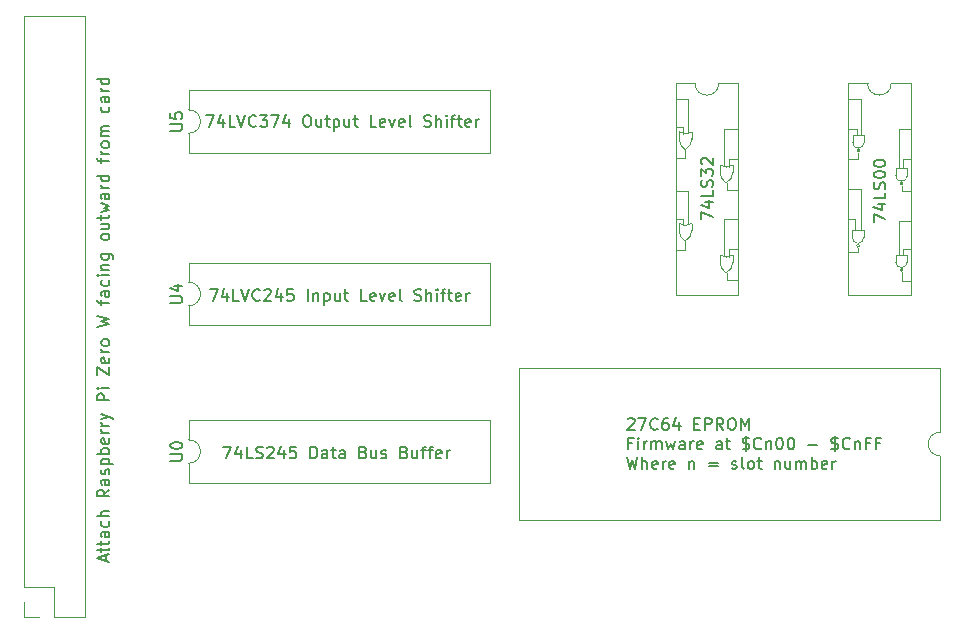
<source format=gbr>
G04 #@! TF.GenerationSoftware,KiCad,Pcbnew,5.1.5+dfsg1-2build2*
G04 #@! TF.CreationDate,2020-11-19T16:33:02-05:00*
G04 #@! TF.ProjectId,Apple2IORPi,4170706c-6532-4494-9f52-50692e6b6963,0.1*
G04 #@! TF.SameCoordinates,Original*
G04 #@! TF.FileFunction,Legend,Top*
G04 #@! TF.FilePolarity,Positive*
%FSLAX46Y46*%
G04 Gerber Fmt 4.6, Leading zero omitted, Abs format (unit mm)*
G04 Created by KiCad (PCBNEW 5.1.5+dfsg1-2build2) date 2020-11-19 16:33:02*
%MOMM*%
%LPD*%
G04 APERTURE LIST*
%ADD10C,0.150000*%
%ADD11C,0.120000*%
G04 APERTURE END LIST*
D10*
X124596380Y-67397380D02*
X125263047Y-67397380D01*
X124834476Y-68397380D01*
X126072571Y-67730714D02*
X126072571Y-68397380D01*
X125834476Y-67349761D02*
X125596380Y-68064047D01*
X126215428Y-68064047D01*
X127072571Y-68397380D02*
X126596380Y-68397380D01*
X126596380Y-67397380D01*
X127263047Y-67397380D02*
X127596380Y-68397380D01*
X127929714Y-67397380D01*
X128834476Y-68302142D02*
X128786857Y-68349761D01*
X128644000Y-68397380D01*
X128548761Y-68397380D01*
X128405904Y-68349761D01*
X128310666Y-68254523D01*
X128263047Y-68159285D01*
X128215428Y-67968809D01*
X128215428Y-67825952D01*
X128263047Y-67635476D01*
X128310666Y-67540238D01*
X128405904Y-67445000D01*
X128548761Y-67397380D01*
X128644000Y-67397380D01*
X128786857Y-67445000D01*
X128834476Y-67492619D01*
X129167809Y-67397380D02*
X129786857Y-67397380D01*
X129453523Y-67778333D01*
X129596380Y-67778333D01*
X129691619Y-67825952D01*
X129739238Y-67873571D01*
X129786857Y-67968809D01*
X129786857Y-68206904D01*
X129739238Y-68302142D01*
X129691619Y-68349761D01*
X129596380Y-68397380D01*
X129310666Y-68397380D01*
X129215428Y-68349761D01*
X129167809Y-68302142D01*
X130120190Y-67397380D02*
X130786857Y-67397380D01*
X130358285Y-68397380D01*
X131596380Y-67730714D02*
X131596380Y-68397380D01*
X131358285Y-67349761D02*
X131120190Y-68064047D01*
X131739238Y-68064047D01*
X133072571Y-67397380D02*
X133263047Y-67397380D01*
X133358285Y-67445000D01*
X133453523Y-67540238D01*
X133501142Y-67730714D01*
X133501142Y-68064047D01*
X133453523Y-68254523D01*
X133358285Y-68349761D01*
X133263047Y-68397380D01*
X133072571Y-68397380D01*
X132977333Y-68349761D01*
X132882095Y-68254523D01*
X132834476Y-68064047D01*
X132834476Y-67730714D01*
X132882095Y-67540238D01*
X132977333Y-67445000D01*
X133072571Y-67397380D01*
X134358285Y-67730714D02*
X134358285Y-68397380D01*
X133929714Y-67730714D02*
X133929714Y-68254523D01*
X133977333Y-68349761D01*
X134072571Y-68397380D01*
X134215428Y-68397380D01*
X134310666Y-68349761D01*
X134358285Y-68302142D01*
X134691619Y-67730714D02*
X135072571Y-67730714D01*
X134834476Y-67397380D02*
X134834476Y-68254523D01*
X134882095Y-68349761D01*
X134977333Y-68397380D01*
X135072571Y-68397380D01*
X135405904Y-67730714D02*
X135405904Y-68730714D01*
X135405904Y-67778333D02*
X135501142Y-67730714D01*
X135691619Y-67730714D01*
X135786857Y-67778333D01*
X135834476Y-67825952D01*
X135882095Y-67921190D01*
X135882095Y-68206904D01*
X135834476Y-68302142D01*
X135786857Y-68349761D01*
X135691619Y-68397380D01*
X135501142Y-68397380D01*
X135405904Y-68349761D01*
X136739238Y-67730714D02*
X136739238Y-68397380D01*
X136310666Y-67730714D02*
X136310666Y-68254523D01*
X136358285Y-68349761D01*
X136453523Y-68397380D01*
X136596380Y-68397380D01*
X136691619Y-68349761D01*
X136739238Y-68302142D01*
X137072571Y-67730714D02*
X137453523Y-67730714D01*
X137215428Y-67397380D02*
X137215428Y-68254523D01*
X137263047Y-68349761D01*
X137358285Y-68397380D01*
X137453523Y-68397380D01*
X139024952Y-68397380D02*
X138548761Y-68397380D01*
X138548761Y-67397380D01*
X139739238Y-68349761D02*
X139644000Y-68397380D01*
X139453523Y-68397380D01*
X139358285Y-68349761D01*
X139310666Y-68254523D01*
X139310666Y-67873571D01*
X139358285Y-67778333D01*
X139453523Y-67730714D01*
X139644000Y-67730714D01*
X139739238Y-67778333D01*
X139786857Y-67873571D01*
X139786857Y-67968809D01*
X139310666Y-68064047D01*
X140120190Y-67730714D02*
X140358285Y-68397380D01*
X140596380Y-67730714D01*
X141358285Y-68349761D02*
X141263047Y-68397380D01*
X141072571Y-68397380D01*
X140977333Y-68349761D01*
X140929714Y-68254523D01*
X140929714Y-67873571D01*
X140977333Y-67778333D01*
X141072571Y-67730714D01*
X141263047Y-67730714D01*
X141358285Y-67778333D01*
X141405904Y-67873571D01*
X141405904Y-67968809D01*
X140929714Y-68064047D01*
X141977333Y-68397380D02*
X141882095Y-68349761D01*
X141834476Y-68254523D01*
X141834476Y-67397380D01*
X143072571Y-68349761D02*
X143215428Y-68397380D01*
X143453523Y-68397380D01*
X143548761Y-68349761D01*
X143596380Y-68302142D01*
X143644000Y-68206904D01*
X143644000Y-68111666D01*
X143596380Y-68016428D01*
X143548761Y-67968809D01*
X143453523Y-67921190D01*
X143263047Y-67873571D01*
X143167809Y-67825952D01*
X143120190Y-67778333D01*
X143072571Y-67683095D01*
X143072571Y-67587857D01*
X143120190Y-67492619D01*
X143167809Y-67445000D01*
X143263047Y-67397380D01*
X143501142Y-67397380D01*
X143644000Y-67445000D01*
X144072571Y-68397380D02*
X144072571Y-67397380D01*
X144501142Y-68397380D02*
X144501142Y-67873571D01*
X144453523Y-67778333D01*
X144358285Y-67730714D01*
X144215428Y-67730714D01*
X144120190Y-67778333D01*
X144072571Y-67825952D01*
X144977333Y-68397380D02*
X144977333Y-67730714D01*
X144977333Y-67397380D02*
X144929714Y-67445000D01*
X144977333Y-67492619D01*
X145024952Y-67445000D01*
X144977333Y-67397380D01*
X144977333Y-67492619D01*
X145310666Y-67730714D02*
X145691619Y-67730714D01*
X145453523Y-68397380D02*
X145453523Y-67540238D01*
X145501142Y-67445000D01*
X145596380Y-67397380D01*
X145691619Y-67397380D01*
X145882095Y-67730714D02*
X146263047Y-67730714D01*
X146024952Y-67397380D02*
X146024952Y-68254523D01*
X146072571Y-68349761D01*
X146167809Y-68397380D01*
X146263047Y-68397380D01*
X146977333Y-68349761D02*
X146882095Y-68397380D01*
X146691619Y-68397380D01*
X146596380Y-68349761D01*
X146548761Y-68254523D01*
X146548761Y-67873571D01*
X146596380Y-67778333D01*
X146691619Y-67730714D01*
X146882095Y-67730714D01*
X146977333Y-67778333D01*
X147024952Y-67873571D01*
X147024952Y-67968809D01*
X146548761Y-68064047D01*
X147453523Y-68397380D02*
X147453523Y-67730714D01*
X147453523Y-67921190D02*
X147501142Y-67825952D01*
X147548761Y-67778333D01*
X147644000Y-67730714D01*
X147739238Y-67730714D01*
X124913809Y-82129380D02*
X125580476Y-82129380D01*
X125151904Y-83129380D01*
X126389999Y-82462714D02*
X126389999Y-83129380D01*
X126151904Y-82081761D02*
X125913809Y-82796047D01*
X126532857Y-82796047D01*
X127389999Y-83129380D02*
X126913809Y-83129380D01*
X126913809Y-82129380D01*
X127580476Y-82129380D02*
X127913809Y-83129380D01*
X128247142Y-82129380D01*
X129151904Y-83034142D02*
X129104285Y-83081761D01*
X128961428Y-83129380D01*
X128866190Y-83129380D01*
X128723333Y-83081761D01*
X128628095Y-82986523D01*
X128580476Y-82891285D01*
X128532857Y-82700809D01*
X128532857Y-82557952D01*
X128580476Y-82367476D01*
X128628095Y-82272238D01*
X128723333Y-82177000D01*
X128866190Y-82129380D01*
X128961428Y-82129380D01*
X129104285Y-82177000D01*
X129151904Y-82224619D01*
X129532857Y-82224619D02*
X129580476Y-82177000D01*
X129675714Y-82129380D01*
X129913809Y-82129380D01*
X130009047Y-82177000D01*
X130056666Y-82224619D01*
X130104285Y-82319857D01*
X130104285Y-82415095D01*
X130056666Y-82557952D01*
X129485238Y-83129380D01*
X130104285Y-83129380D01*
X130961428Y-82462714D02*
X130961428Y-83129380D01*
X130723333Y-82081761D02*
X130485238Y-82796047D01*
X131104285Y-82796047D01*
X131961428Y-82129380D02*
X131485238Y-82129380D01*
X131437619Y-82605571D01*
X131485238Y-82557952D01*
X131580476Y-82510333D01*
X131818571Y-82510333D01*
X131913809Y-82557952D01*
X131961428Y-82605571D01*
X132009047Y-82700809D01*
X132009047Y-82938904D01*
X131961428Y-83034142D01*
X131913809Y-83081761D01*
X131818571Y-83129380D01*
X131580476Y-83129380D01*
X131485238Y-83081761D01*
X131437619Y-83034142D01*
X133199523Y-83129380D02*
X133199523Y-82129380D01*
X133675714Y-82462714D02*
X133675714Y-83129380D01*
X133675714Y-82557952D02*
X133723333Y-82510333D01*
X133818571Y-82462714D01*
X133961428Y-82462714D01*
X134056666Y-82510333D01*
X134104285Y-82605571D01*
X134104285Y-83129380D01*
X134580476Y-82462714D02*
X134580476Y-83462714D01*
X134580476Y-82510333D02*
X134675714Y-82462714D01*
X134866190Y-82462714D01*
X134961428Y-82510333D01*
X135009047Y-82557952D01*
X135056666Y-82653190D01*
X135056666Y-82938904D01*
X135009047Y-83034142D01*
X134961428Y-83081761D01*
X134866190Y-83129380D01*
X134675714Y-83129380D01*
X134580476Y-83081761D01*
X135913809Y-82462714D02*
X135913809Y-83129380D01*
X135485238Y-82462714D02*
X135485238Y-82986523D01*
X135532857Y-83081761D01*
X135628095Y-83129380D01*
X135770952Y-83129380D01*
X135866190Y-83081761D01*
X135913809Y-83034142D01*
X136247142Y-82462714D02*
X136628095Y-82462714D01*
X136390000Y-82129380D02*
X136390000Y-82986523D01*
X136437619Y-83081761D01*
X136532857Y-83129380D01*
X136628095Y-83129380D01*
X138199523Y-83129380D02*
X137723333Y-83129380D01*
X137723333Y-82129380D01*
X138913809Y-83081761D02*
X138818571Y-83129380D01*
X138628095Y-83129380D01*
X138532857Y-83081761D01*
X138485238Y-82986523D01*
X138485238Y-82605571D01*
X138532857Y-82510333D01*
X138628095Y-82462714D01*
X138818571Y-82462714D01*
X138913809Y-82510333D01*
X138961428Y-82605571D01*
X138961428Y-82700809D01*
X138485238Y-82796047D01*
X139294761Y-82462714D02*
X139532857Y-83129380D01*
X139770952Y-82462714D01*
X140532857Y-83081761D02*
X140437619Y-83129380D01*
X140247142Y-83129380D01*
X140151904Y-83081761D01*
X140104285Y-82986523D01*
X140104285Y-82605571D01*
X140151904Y-82510333D01*
X140247142Y-82462714D01*
X140437619Y-82462714D01*
X140532857Y-82510333D01*
X140580476Y-82605571D01*
X140580476Y-82700809D01*
X140104285Y-82796047D01*
X141151904Y-83129380D02*
X141056666Y-83081761D01*
X141009047Y-82986523D01*
X141009047Y-82129380D01*
X142247142Y-83081761D02*
X142390000Y-83129380D01*
X142628095Y-83129380D01*
X142723333Y-83081761D01*
X142770952Y-83034142D01*
X142818571Y-82938904D01*
X142818571Y-82843666D01*
X142770952Y-82748428D01*
X142723333Y-82700809D01*
X142628095Y-82653190D01*
X142437619Y-82605571D01*
X142342380Y-82557952D01*
X142294761Y-82510333D01*
X142247142Y-82415095D01*
X142247142Y-82319857D01*
X142294761Y-82224619D01*
X142342380Y-82177000D01*
X142437619Y-82129380D01*
X142675714Y-82129380D01*
X142818571Y-82177000D01*
X143247142Y-83129380D02*
X143247142Y-82129380D01*
X143675714Y-83129380D02*
X143675714Y-82605571D01*
X143628095Y-82510333D01*
X143532857Y-82462714D01*
X143390000Y-82462714D01*
X143294761Y-82510333D01*
X143247142Y-82557952D01*
X144151904Y-83129380D02*
X144151904Y-82462714D01*
X144151904Y-82129380D02*
X144104285Y-82177000D01*
X144151904Y-82224619D01*
X144199523Y-82177000D01*
X144151904Y-82129380D01*
X144151904Y-82224619D01*
X144485238Y-82462714D02*
X144866190Y-82462714D01*
X144628095Y-83129380D02*
X144628095Y-82272238D01*
X144675714Y-82177000D01*
X144770952Y-82129380D01*
X144866190Y-82129380D01*
X145056666Y-82462714D02*
X145437619Y-82462714D01*
X145199523Y-82129380D02*
X145199523Y-82986523D01*
X145247142Y-83081761D01*
X145342380Y-83129380D01*
X145437619Y-83129380D01*
X146151904Y-83081761D02*
X146056666Y-83129380D01*
X145866190Y-83129380D01*
X145770952Y-83081761D01*
X145723333Y-82986523D01*
X145723333Y-82605571D01*
X145770952Y-82510333D01*
X145866190Y-82462714D01*
X146056666Y-82462714D01*
X146151904Y-82510333D01*
X146199523Y-82605571D01*
X146199523Y-82700809D01*
X145723333Y-82796047D01*
X146628095Y-83129380D02*
X146628095Y-82462714D01*
X146628095Y-82653190D02*
X146675714Y-82557952D01*
X146723333Y-82510333D01*
X146818571Y-82462714D01*
X146913809Y-82462714D01*
X126064571Y-95464380D02*
X126731238Y-95464380D01*
X126302666Y-96464380D01*
X127540761Y-95797714D02*
X127540761Y-96464380D01*
X127302666Y-95416761D02*
X127064571Y-96131047D01*
X127683619Y-96131047D01*
X128540761Y-96464380D02*
X128064571Y-96464380D01*
X128064571Y-95464380D01*
X128826476Y-96416761D02*
X128969333Y-96464380D01*
X129207428Y-96464380D01*
X129302666Y-96416761D01*
X129350285Y-96369142D01*
X129397904Y-96273904D01*
X129397904Y-96178666D01*
X129350285Y-96083428D01*
X129302666Y-96035809D01*
X129207428Y-95988190D01*
X129016952Y-95940571D01*
X128921714Y-95892952D01*
X128874095Y-95845333D01*
X128826476Y-95750095D01*
X128826476Y-95654857D01*
X128874095Y-95559619D01*
X128921714Y-95512000D01*
X129016952Y-95464380D01*
X129255047Y-95464380D01*
X129397904Y-95512000D01*
X129778857Y-95559619D02*
X129826476Y-95512000D01*
X129921714Y-95464380D01*
X130159809Y-95464380D01*
X130255047Y-95512000D01*
X130302666Y-95559619D01*
X130350285Y-95654857D01*
X130350285Y-95750095D01*
X130302666Y-95892952D01*
X129731238Y-96464380D01*
X130350285Y-96464380D01*
X131207428Y-95797714D02*
X131207428Y-96464380D01*
X130969333Y-95416761D02*
X130731238Y-96131047D01*
X131350285Y-96131047D01*
X132207428Y-95464380D02*
X131731238Y-95464380D01*
X131683619Y-95940571D01*
X131731238Y-95892952D01*
X131826476Y-95845333D01*
X132064571Y-95845333D01*
X132159809Y-95892952D01*
X132207428Y-95940571D01*
X132255047Y-96035809D01*
X132255047Y-96273904D01*
X132207428Y-96369142D01*
X132159809Y-96416761D01*
X132064571Y-96464380D01*
X131826476Y-96464380D01*
X131731238Y-96416761D01*
X131683619Y-96369142D01*
X133445523Y-96464380D02*
X133445523Y-95464380D01*
X133683619Y-95464380D01*
X133826476Y-95512000D01*
X133921714Y-95607238D01*
X133969333Y-95702476D01*
X134016952Y-95892952D01*
X134016952Y-96035809D01*
X133969333Y-96226285D01*
X133921714Y-96321523D01*
X133826476Y-96416761D01*
X133683619Y-96464380D01*
X133445523Y-96464380D01*
X134874095Y-96464380D02*
X134874095Y-95940571D01*
X134826476Y-95845333D01*
X134731238Y-95797714D01*
X134540761Y-95797714D01*
X134445523Y-95845333D01*
X134874095Y-96416761D02*
X134778857Y-96464380D01*
X134540761Y-96464380D01*
X134445523Y-96416761D01*
X134397904Y-96321523D01*
X134397904Y-96226285D01*
X134445523Y-96131047D01*
X134540761Y-96083428D01*
X134778857Y-96083428D01*
X134874095Y-96035809D01*
X135207428Y-95797714D02*
X135588380Y-95797714D01*
X135350285Y-95464380D02*
X135350285Y-96321523D01*
X135397904Y-96416761D01*
X135493142Y-96464380D01*
X135588380Y-96464380D01*
X136350285Y-96464380D02*
X136350285Y-95940571D01*
X136302666Y-95845333D01*
X136207428Y-95797714D01*
X136016952Y-95797714D01*
X135921714Y-95845333D01*
X136350285Y-96416761D02*
X136255047Y-96464380D01*
X136016952Y-96464380D01*
X135921714Y-96416761D01*
X135874095Y-96321523D01*
X135874095Y-96226285D01*
X135921714Y-96131047D01*
X136016952Y-96083428D01*
X136255047Y-96083428D01*
X136350285Y-96035809D01*
X137921714Y-95940571D02*
X138064571Y-95988190D01*
X138112190Y-96035809D01*
X138159809Y-96131047D01*
X138159809Y-96273904D01*
X138112190Y-96369142D01*
X138064571Y-96416761D01*
X137969333Y-96464380D01*
X137588380Y-96464380D01*
X137588380Y-95464380D01*
X137921714Y-95464380D01*
X138016952Y-95512000D01*
X138064571Y-95559619D01*
X138112190Y-95654857D01*
X138112190Y-95750095D01*
X138064571Y-95845333D01*
X138016952Y-95892952D01*
X137921714Y-95940571D01*
X137588380Y-95940571D01*
X139016952Y-95797714D02*
X139016952Y-96464380D01*
X138588380Y-95797714D02*
X138588380Y-96321523D01*
X138636000Y-96416761D01*
X138731238Y-96464380D01*
X138874095Y-96464380D01*
X138969333Y-96416761D01*
X139016952Y-96369142D01*
X139445523Y-96416761D02*
X139540761Y-96464380D01*
X139731238Y-96464380D01*
X139826476Y-96416761D01*
X139874095Y-96321523D01*
X139874095Y-96273904D01*
X139826476Y-96178666D01*
X139731238Y-96131047D01*
X139588380Y-96131047D01*
X139493142Y-96083428D01*
X139445523Y-95988190D01*
X139445523Y-95940571D01*
X139493142Y-95845333D01*
X139588380Y-95797714D01*
X139731238Y-95797714D01*
X139826476Y-95845333D01*
X141397904Y-95940571D02*
X141540761Y-95988190D01*
X141588380Y-96035809D01*
X141636000Y-96131047D01*
X141636000Y-96273904D01*
X141588380Y-96369142D01*
X141540761Y-96416761D01*
X141445523Y-96464380D01*
X141064571Y-96464380D01*
X141064571Y-95464380D01*
X141397904Y-95464380D01*
X141493142Y-95512000D01*
X141540761Y-95559619D01*
X141588380Y-95654857D01*
X141588380Y-95750095D01*
X141540761Y-95845333D01*
X141493142Y-95892952D01*
X141397904Y-95940571D01*
X141064571Y-95940571D01*
X142493142Y-95797714D02*
X142493142Y-96464380D01*
X142064571Y-95797714D02*
X142064571Y-96321523D01*
X142112190Y-96416761D01*
X142207428Y-96464380D01*
X142350285Y-96464380D01*
X142445523Y-96416761D01*
X142493142Y-96369142D01*
X142826476Y-95797714D02*
X143207428Y-95797714D01*
X142969333Y-96464380D02*
X142969333Y-95607238D01*
X143016952Y-95512000D01*
X143112190Y-95464380D01*
X143207428Y-95464380D01*
X143397904Y-95797714D02*
X143778857Y-95797714D01*
X143540761Y-96464380D02*
X143540761Y-95607238D01*
X143588380Y-95512000D01*
X143683619Y-95464380D01*
X143778857Y-95464380D01*
X144493142Y-96416761D02*
X144397904Y-96464380D01*
X144207428Y-96464380D01*
X144112190Y-96416761D01*
X144064571Y-96321523D01*
X144064571Y-95940571D01*
X144112190Y-95845333D01*
X144207428Y-95797714D01*
X144397904Y-95797714D01*
X144493142Y-95845333D01*
X144540761Y-95940571D01*
X144540761Y-96035809D01*
X144064571Y-96131047D01*
X144969333Y-96464380D02*
X144969333Y-95797714D01*
X144969333Y-95988190D02*
X145016952Y-95892952D01*
X145064571Y-95845333D01*
X145159809Y-95797714D01*
X145255047Y-95797714D01*
X116117666Y-105161380D02*
X116117666Y-104685190D01*
X116403380Y-105256619D02*
X115403380Y-104923285D01*
X116403380Y-104589952D01*
X115736714Y-104399476D02*
X115736714Y-104018523D01*
X115403380Y-104256619D02*
X116260523Y-104256619D01*
X116355761Y-104209000D01*
X116403380Y-104113761D01*
X116403380Y-104018523D01*
X115736714Y-103828047D02*
X115736714Y-103447095D01*
X115403380Y-103685190D02*
X116260523Y-103685190D01*
X116355761Y-103637571D01*
X116403380Y-103542333D01*
X116403380Y-103447095D01*
X116403380Y-102685190D02*
X115879571Y-102685190D01*
X115784333Y-102732809D01*
X115736714Y-102828047D01*
X115736714Y-103018523D01*
X115784333Y-103113761D01*
X116355761Y-102685190D02*
X116403380Y-102780428D01*
X116403380Y-103018523D01*
X116355761Y-103113761D01*
X116260523Y-103161380D01*
X116165285Y-103161380D01*
X116070047Y-103113761D01*
X116022428Y-103018523D01*
X116022428Y-102780428D01*
X115974809Y-102685190D01*
X116355761Y-101780428D02*
X116403380Y-101875666D01*
X116403380Y-102066142D01*
X116355761Y-102161380D01*
X116308142Y-102209000D01*
X116212904Y-102256619D01*
X115927190Y-102256619D01*
X115831952Y-102209000D01*
X115784333Y-102161380D01*
X115736714Y-102066142D01*
X115736714Y-101875666D01*
X115784333Y-101780428D01*
X116403380Y-101351857D02*
X115403380Y-101351857D01*
X116403380Y-100923285D02*
X115879571Y-100923285D01*
X115784333Y-100970904D01*
X115736714Y-101066142D01*
X115736714Y-101209000D01*
X115784333Y-101304238D01*
X115831952Y-101351857D01*
X116403380Y-99113761D02*
X115927190Y-99447095D01*
X116403380Y-99685190D02*
X115403380Y-99685190D01*
X115403380Y-99304238D01*
X115451000Y-99209000D01*
X115498619Y-99161380D01*
X115593857Y-99113761D01*
X115736714Y-99113761D01*
X115831952Y-99161380D01*
X115879571Y-99209000D01*
X115927190Y-99304238D01*
X115927190Y-99685190D01*
X116403380Y-98256619D02*
X115879571Y-98256619D01*
X115784333Y-98304238D01*
X115736714Y-98399476D01*
X115736714Y-98589952D01*
X115784333Y-98685190D01*
X116355761Y-98256619D02*
X116403380Y-98351857D01*
X116403380Y-98589952D01*
X116355761Y-98685190D01*
X116260523Y-98732809D01*
X116165285Y-98732809D01*
X116070047Y-98685190D01*
X116022428Y-98589952D01*
X116022428Y-98351857D01*
X115974809Y-98256619D01*
X116355761Y-97828047D02*
X116403380Y-97732809D01*
X116403380Y-97542333D01*
X116355761Y-97447095D01*
X116260523Y-97399476D01*
X116212904Y-97399476D01*
X116117666Y-97447095D01*
X116070047Y-97542333D01*
X116070047Y-97685190D01*
X116022428Y-97780428D01*
X115927190Y-97828047D01*
X115879571Y-97828047D01*
X115784333Y-97780428D01*
X115736714Y-97685190D01*
X115736714Y-97542333D01*
X115784333Y-97447095D01*
X115736714Y-96970904D02*
X116736714Y-96970904D01*
X115784333Y-96970904D02*
X115736714Y-96875666D01*
X115736714Y-96685190D01*
X115784333Y-96589952D01*
X115831952Y-96542333D01*
X115927190Y-96494714D01*
X116212904Y-96494714D01*
X116308142Y-96542333D01*
X116355761Y-96589952D01*
X116403380Y-96685190D01*
X116403380Y-96875666D01*
X116355761Y-96970904D01*
X116403380Y-96066142D02*
X115403380Y-96066142D01*
X115784333Y-96066142D02*
X115736714Y-95970904D01*
X115736714Y-95780428D01*
X115784333Y-95685190D01*
X115831952Y-95637571D01*
X115927190Y-95589952D01*
X116212904Y-95589952D01*
X116308142Y-95637571D01*
X116355761Y-95685190D01*
X116403380Y-95780428D01*
X116403380Y-95970904D01*
X116355761Y-96066142D01*
X116355761Y-94780428D02*
X116403380Y-94875666D01*
X116403380Y-95066142D01*
X116355761Y-95161380D01*
X116260523Y-95209000D01*
X115879571Y-95209000D01*
X115784333Y-95161380D01*
X115736714Y-95066142D01*
X115736714Y-94875666D01*
X115784333Y-94780428D01*
X115879571Y-94732809D01*
X115974809Y-94732809D01*
X116070047Y-95209000D01*
X116403380Y-94304238D02*
X115736714Y-94304238D01*
X115927190Y-94304238D02*
X115831952Y-94256619D01*
X115784333Y-94209000D01*
X115736714Y-94113761D01*
X115736714Y-94018523D01*
X116403380Y-93685190D02*
X115736714Y-93685190D01*
X115927190Y-93685190D02*
X115831952Y-93637571D01*
X115784333Y-93589952D01*
X115736714Y-93494714D01*
X115736714Y-93399476D01*
X115736714Y-93161380D02*
X116403380Y-92923285D01*
X115736714Y-92685190D02*
X116403380Y-92923285D01*
X116641476Y-93018523D01*
X116689095Y-93066142D01*
X116736714Y-93161380D01*
X116403380Y-91542333D02*
X115403380Y-91542333D01*
X115403380Y-91161380D01*
X115451000Y-91066142D01*
X115498619Y-91018523D01*
X115593857Y-90970904D01*
X115736714Y-90970904D01*
X115831952Y-91018523D01*
X115879571Y-91066142D01*
X115927190Y-91161380D01*
X115927190Y-91542333D01*
X116403380Y-90542333D02*
X115736714Y-90542333D01*
X115403380Y-90542333D02*
X115451000Y-90589952D01*
X115498619Y-90542333D01*
X115451000Y-90494714D01*
X115403380Y-90542333D01*
X115498619Y-90542333D01*
X115403380Y-89399476D02*
X115403380Y-88732809D01*
X116403380Y-89399476D01*
X116403380Y-88732809D01*
X116355761Y-87970904D02*
X116403380Y-88066142D01*
X116403380Y-88256619D01*
X116355761Y-88351857D01*
X116260523Y-88399476D01*
X115879571Y-88399476D01*
X115784333Y-88351857D01*
X115736714Y-88256619D01*
X115736714Y-88066142D01*
X115784333Y-87970904D01*
X115879571Y-87923285D01*
X115974809Y-87923285D01*
X116070047Y-88399476D01*
X116403380Y-87494714D02*
X115736714Y-87494714D01*
X115927190Y-87494714D02*
X115831952Y-87447095D01*
X115784333Y-87399476D01*
X115736714Y-87304238D01*
X115736714Y-87209000D01*
X116403380Y-86732809D02*
X116355761Y-86828047D01*
X116308142Y-86875666D01*
X116212904Y-86923285D01*
X115927190Y-86923285D01*
X115831952Y-86875666D01*
X115784333Y-86828047D01*
X115736714Y-86732809D01*
X115736714Y-86589952D01*
X115784333Y-86494714D01*
X115831952Y-86447095D01*
X115927190Y-86399476D01*
X116212904Y-86399476D01*
X116308142Y-86447095D01*
X116355761Y-86494714D01*
X116403380Y-86589952D01*
X116403380Y-86732809D01*
X115403380Y-85304238D02*
X116403380Y-85066142D01*
X115689095Y-84875666D01*
X116403380Y-84685190D01*
X115403380Y-84447095D01*
X115736714Y-83447095D02*
X115736714Y-83066142D01*
X116403380Y-83304238D02*
X115546238Y-83304238D01*
X115451000Y-83256619D01*
X115403380Y-83161380D01*
X115403380Y-83066142D01*
X116403380Y-82304238D02*
X115879571Y-82304238D01*
X115784333Y-82351857D01*
X115736714Y-82447095D01*
X115736714Y-82637571D01*
X115784333Y-82732809D01*
X116355761Y-82304238D02*
X116403380Y-82399476D01*
X116403380Y-82637571D01*
X116355761Y-82732809D01*
X116260523Y-82780428D01*
X116165285Y-82780428D01*
X116070047Y-82732809D01*
X116022428Y-82637571D01*
X116022428Y-82399476D01*
X115974809Y-82304238D01*
X116355761Y-81399476D02*
X116403380Y-81494714D01*
X116403380Y-81685190D01*
X116355761Y-81780428D01*
X116308142Y-81828047D01*
X116212904Y-81875666D01*
X115927190Y-81875666D01*
X115831952Y-81828047D01*
X115784333Y-81780428D01*
X115736714Y-81685190D01*
X115736714Y-81494714D01*
X115784333Y-81399476D01*
X116403380Y-80970904D02*
X115736714Y-80970904D01*
X115403380Y-80970904D02*
X115451000Y-81018523D01*
X115498619Y-80970904D01*
X115451000Y-80923285D01*
X115403380Y-80970904D01*
X115498619Y-80970904D01*
X115736714Y-80494714D02*
X116403380Y-80494714D01*
X115831952Y-80494714D02*
X115784333Y-80447095D01*
X115736714Y-80351857D01*
X115736714Y-80209000D01*
X115784333Y-80113761D01*
X115879571Y-80066142D01*
X116403380Y-80066142D01*
X115736714Y-79161380D02*
X116546238Y-79161380D01*
X116641476Y-79209000D01*
X116689095Y-79256619D01*
X116736714Y-79351857D01*
X116736714Y-79494714D01*
X116689095Y-79589952D01*
X116355761Y-79161380D02*
X116403380Y-79256619D01*
X116403380Y-79447095D01*
X116355761Y-79542333D01*
X116308142Y-79589952D01*
X116212904Y-79637571D01*
X115927190Y-79637571D01*
X115831952Y-79589952D01*
X115784333Y-79542333D01*
X115736714Y-79447095D01*
X115736714Y-79256619D01*
X115784333Y-79161380D01*
X116403380Y-77780428D02*
X116355761Y-77875666D01*
X116308142Y-77923285D01*
X116212904Y-77970904D01*
X115927190Y-77970904D01*
X115831952Y-77923285D01*
X115784333Y-77875666D01*
X115736714Y-77780428D01*
X115736714Y-77637571D01*
X115784333Y-77542333D01*
X115831952Y-77494714D01*
X115927190Y-77447095D01*
X116212904Y-77447095D01*
X116308142Y-77494714D01*
X116355761Y-77542333D01*
X116403380Y-77637571D01*
X116403380Y-77780428D01*
X115736714Y-76589952D02*
X116403380Y-76589952D01*
X115736714Y-77018523D02*
X116260523Y-77018523D01*
X116355761Y-76970904D01*
X116403380Y-76875666D01*
X116403380Y-76732809D01*
X116355761Y-76637571D01*
X116308142Y-76589952D01*
X115736714Y-76256619D02*
X115736714Y-75875666D01*
X115403380Y-76113761D02*
X116260523Y-76113761D01*
X116355761Y-76066142D01*
X116403380Y-75970904D01*
X116403380Y-75875666D01*
X115736714Y-75637571D02*
X116403380Y-75447095D01*
X115927190Y-75256619D01*
X116403380Y-75066142D01*
X115736714Y-74875666D01*
X116403380Y-74066142D02*
X115879571Y-74066142D01*
X115784333Y-74113761D01*
X115736714Y-74209000D01*
X115736714Y-74399476D01*
X115784333Y-74494714D01*
X116355761Y-74066142D02*
X116403380Y-74161380D01*
X116403380Y-74399476D01*
X116355761Y-74494714D01*
X116260523Y-74542333D01*
X116165285Y-74542333D01*
X116070047Y-74494714D01*
X116022428Y-74399476D01*
X116022428Y-74161380D01*
X115974809Y-74066142D01*
X116403380Y-73589952D02*
X115736714Y-73589952D01*
X115927190Y-73589952D02*
X115831952Y-73542333D01*
X115784333Y-73494714D01*
X115736714Y-73399476D01*
X115736714Y-73304238D01*
X116403380Y-72542333D02*
X115403380Y-72542333D01*
X116355761Y-72542333D02*
X116403380Y-72637571D01*
X116403380Y-72828047D01*
X116355761Y-72923285D01*
X116308142Y-72970904D01*
X116212904Y-73018523D01*
X115927190Y-73018523D01*
X115831952Y-72970904D01*
X115784333Y-72923285D01*
X115736714Y-72828047D01*
X115736714Y-72637571D01*
X115784333Y-72542333D01*
X115736714Y-71447095D02*
X115736714Y-71066142D01*
X116403380Y-71304238D02*
X115546238Y-71304238D01*
X115451000Y-71256619D01*
X115403380Y-71161380D01*
X115403380Y-71066142D01*
X116403380Y-70732809D02*
X115736714Y-70732809D01*
X115927190Y-70732809D02*
X115831952Y-70685190D01*
X115784333Y-70637571D01*
X115736714Y-70542333D01*
X115736714Y-70447095D01*
X116403380Y-69970904D02*
X116355761Y-70066142D01*
X116308142Y-70113761D01*
X116212904Y-70161380D01*
X115927190Y-70161380D01*
X115831952Y-70113761D01*
X115784333Y-70066142D01*
X115736714Y-69970904D01*
X115736714Y-69828047D01*
X115784333Y-69732809D01*
X115831952Y-69685190D01*
X115927190Y-69637571D01*
X116212904Y-69637571D01*
X116308142Y-69685190D01*
X116355761Y-69732809D01*
X116403380Y-69828047D01*
X116403380Y-69970904D01*
X116403380Y-69209000D02*
X115736714Y-69209000D01*
X115831952Y-69209000D02*
X115784333Y-69161380D01*
X115736714Y-69066142D01*
X115736714Y-68923285D01*
X115784333Y-68828047D01*
X115879571Y-68780428D01*
X116403380Y-68780428D01*
X115879571Y-68780428D02*
X115784333Y-68732809D01*
X115736714Y-68637571D01*
X115736714Y-68494714D01*
X115784333Y-68399476D01*
X115879571Y-68351857D01*
X116403380Y-68351857D01*
X116355761Y-66685190D02*
X116403380Y-66780428D01*
X116403380Y-66970904D01*
X116355761Y-67066142D01*
X116308142Y-67113761D01*
X116212904Y-67161380D01*
X115927190Y-67161380D01*
X115831952Y-67113761D01*
X115784333Y-67066142D01*
X115736714Y-66970904D01*
X115736714Y-66780428D01*
X115784333Y-66685190D01*
X116403380Y-65828047D02*
X115879571Y-65828047D01*
X115784333Y-65875666D01*
X115736714Y-65970904D01*
X115736714Y-66161380D01*
X115784333Y-66256619D01*
X116355761Y-65828047D02*
X116403380Y-65923285D01*
X116403380Y-66161380D01*
X116355761Y-66256619D01*
X116260523Y-66304238D01*
X116165285Y-66304238D01*
X116070047Y-66256619D01*
X116022428Y-66161380D01*
X116022428Y-65923285D01*
X115974809Y-65828047D01*
X116403380Y-65351857D02*
X115736714Y-65351857D01*
X115927190Y-65351857D02*
X115831952Y-65304238D01*
X115784333Y-65256619D01*
X115736714Y-65161380D01*
X115736714Y-65066142D01*
X116403380Y-64304238D02*
X115403380Y-64304238D01*
X116355761Y-64304238D02*
X116403380Y-64399476D01*
X116403380Y-64589952D01*
X116355761Y-64685190D01*
X116308142Y-64732809D01*
X116212904Y-64780428D01*
X115927190Y-64780428D01*
X115831952Y-64732809D01*
X115784333Y-64685190D01*
X115736714Y-64589952D01*
X115736714Y-64399476D01*
X115784333Y-64304238D01*
X160307976Y-93147619D02*
X160355595Y-93100000D01*
X160450833Y-93052380D01*
X160688928Y-93052380D01*
X160784166Y-93100000D01*
X160831785Y-93147619D01*
X160879404Y-93242857D01*
X160879404Y-93338095D01*
X160831785Y-93480952D01*
X160260357Y-94052380D01*
X160879404Y-94052380D01*
X161212738Y-93052380D02*
X161879404Y-93052380D01*
X161450833Y-94052380D01*
X162831785Y-93957142D02*
X162784166Y-94004761D01*
X162641309Y-94052380D01*
X162546071Y-94052380D01*
X162403214Y-94004761D01*
X162307976Y-93909523D01*
X162260357Y-93814285D01*
X162212738Y-93623809D01*
X162212738Y-93480952D01*
X162260357Y-93290476D01*
X162307976Y-93195238D01*
X162403214Y-93100000D01*
X162546071Y-93052380D01*
X162641309Y-93052380D01*
X162784166Y-93100000D01*
X162831785Y-93147619D01*
X163688928Y-93052380D02*
X163498452Y-93052380D01*
X163403214Y-93100000D01*
X163355595Y-93147619D01*
X163260357Y-93290476D01*
X163212738Y-93480952D01*
X163212738Y-93861904D01*
X163260357Y-93957142D01*
X163307976Y-94004761D01*
X163403214Y-94052380D01*
X163593690Y-94052380D01*
X163688928Y-94004761D01*
X163736547Y-93957142D01*
X163784166Y-93861904D01*
X163784166Y-93623809D01*
X163736547Y-93528571D01*
X163688928Y-93480952D01*
X163593690Y-93433333D01*
X163403214Y-93433333D01*
X163307976Y-93480952D01*
X163260357Y-93528571D01*
X163212738Y-93623809D01*
X164641309Y-93385714D02*
X164641309Y-94052380D01*
X164403214Y-93004761D02*
X164165119Y-93719047D01*
X164784166Y-93719047D01*
X165927023Y-93528571D02*
X166260357Y-93528571D01*
X166403214Y-94052380D02*
X165927023Y-94052380D01*
X165927023Y-93052380D01*
X166403214Y-93052380D01*
X166831785Y-94052380D02*
X166831785Y-93052380D01*
X167212738Y-93052380D01*
X167307976Y-93100000D01*
X167355595Y-93147619D01*
X167403214Y-93242857D01*
X167403214Y-93385714D01*
X167355595Y-93480952D01*
X167307976Y-93528571D01*
X167212738Y-93576190D01*
X166831785Y-93576190D01*
X168403214Y-94052380D02*
X168069880Y-93576190D01*
X167831785Y-94052380D02*
X167831785Y-93052380D01*
X168212738Y-93052380D01*
X168307976Y-93100000D01*
X168355595Y-93147619D01*
X168403214Y-93242857D01*
X168403214Y-93385714D01*
X168355595Y-93480952D01*
X168307976Y-93528571D01*
X168212738Y-93576190D01*
X167831785Y-93576190D01*
X169022261Y-93052380D02*
X169212738Y-93052380D01*
X169307976Y-93100000D01*
X169403214Y-93195238D01*
X169450833Y-93385714D01*
X169450833Y-93719047D01*
X169403214Y-93909523D01*
X169307976Y-94004761D01*
X169212738Y-94052380D01*
X169022261Y-94052380D01*
X168927023Y-94004761D01*
X168831785Y-93909523D01*
X168784166Y-93719047D01*
X168784166Y-93385714D01*
X168831785Y-93195238D01*
X168927023Y-93100000D01*
X169022261Y-93052380D01*
X169879404Y-94052380D02*
X169879404Y-93052380D01*
X170212738Y-93766666D01*
X170546071Y-93052380D01*
X170546071Y-94052380D01*
X160688928Y-95178571D02*
X160355595Y-95178571D01*
X160355595Y-95702380D02*
X160355595Y-94702380D01*
X160831785Y-94702380D01*
X161212738Y-95702380D02*
X161212738Y-95035714D01*
X161212738Y-94702380D02*
X161165119Y-94750000D01*
X161212738Y-94797619D01*
X161260357Y-94750000D01*
X161212738Y-94702380D01*
X161212738Y-94797619D01*
X161688928Y-95702380D02*
X161688928Y-95035714D01*
X161688928Y-95226190D02*
X161736547Y-95130952D01*
X161784166Y-95083333D01*
X161879404Y-95035714D01*
X161974642Y-95035714D01*
X162307976Y-95702380D02*
X162307976Y-95035714D01*
X162307976Y-95130952D02*
X162355595Y-95083333D01*
X162450833Y-95035714D01*
X162593690Y-95035714D01*
X162688928Y-95083333D01*
X162736547Y-95178571D01*
X162736547Y-95702380D01*
X162736547Y-95178571D02*
X162784166Y-95083333D01*
X162879404Y-95035714D01*
X163022261Y-95035714D01*
X163117500Y-95083333D01*
X163165119Y-95178571D01*
X163165119Y-95702380D01*
X163546071Y-95035714D02*
X163736547Y-95702380D01*
X163927023Y-95226190D01*
X164117500Y-95702380D01*
X164307976Y-95035714D01*
X165117500Y-95702380D02*
X165117500Y-95178571D01*
X165069880Y-95083333D01*
X164974642Y-95035714D01*
X164784166Y-95035714D01*
X164688928Y-95083333D01*
X165117500Y-95654761D02*
X165022261Y-95702380D01*
X164784166Y-95702380D01*
X164688928Y-95654761D01*
X164641309Y-95559523D01*
X164641309Y-95464285D01*
X164688928Y-95369047D01*
X164784166Y-95321428D01*
X165022261Y-95321428D01*
X165117500Y-95273809D01*
X165593690Y-95702380D02*
X165593690Y-95035714D01*
X165593690Y-95226190D02*
X165641309Y-95130952D01*
X165688928Y-95083333D01*
X165784166Y-95035714D01*
X165879404Y-95035714D01*
X166593690Y-95654761D02*
X166498452Y-95702380D01*
X166307976Y-95702380D01*
X166212738Y-95654761D01*
X166165119Y-95559523D01*
X166165119Y-95178571D01*
X166212738Y-95083333D01*
X166307976Y-95035714D01*
X166498452Y-95035714D01*
X166593690Y-95083333D01*
X166641309Y-95178571D01*
X166641309Y-95273809D01*
X166165119Y-95369047D01*
X168260357Y-95702380D02*
X168260357Y-95178571D01*
X168212738Y-95083333D01*
X168117500Y-95035714D01*
X167927023Y-95035714D01*
X167831785Y-95083333D01*
X168260357Y-95654761D02*
X168165119Y-95702380D01*
X167927023Y-95702380D01*
X167831785Y-95654761D01*
X167784166Y-95559523D01*
X167784166Y-95464285D01*
X167831785Y-95369047D01*
X167927023Y-95321428D01*
X168165119Y-95321428D01*
X168260357Y-95273809D01*
X168593690Y-95035714D02*
X168974642Y-95035714D01*
X168736547Y-94702380D02*
X168736547Y-95559523D01*
X168784166Y-95654761D01*
X168879404Y-95702380D01*
X168974642Y-95702380D01*
X170022261Y-95654761D02*
X170165119Y-95702380D01*
X170403214Y-95702380D01*
X170498452Y-95654761D01*
X170546071Y-95607142D01*
X170593690Y-95511904D01*
X170593690Y-95416666D01*
X170546071Y-95321428D01*
X170498452Y-95273809D01*
X170403214Y-95226190D01*
X170212738Y-95178571D01*
X170117500Y-95130952D01*
X170069880Y-95083333D01*
X170022261Y-94988095D01*
X170022261Y-94892857D01*
X170069880Y-94797619D01*
X170117500Y-94750000D01*
X170212738Y-94702380D01*
X170450833Y-94702380D01*
X170593690Y-94750000D01*
X170307976Y-94559523D02*
X170307976Y-95845238D01*
X171593690Y-95607142D02*
X171546071Y-95654761D01*
X171403214Y-95702380D01*
X171307976Y-95702380D01*
X171165119Y-95654761D01*
X171069880Y-95559523D01*
X171022261Y-95464285D01*
X170974642Y-95273809D01*
X170974642Y-95130952D01*
X171022261Y-94940476D01*
X171069880Y-94845238D01*
X171165119Y-94750000D01*
X171307976Y-94702380D01*
X171403214Y-94702380D01*
X171546071Y-94750000D01*
X171593690Y-94797619D01*
X172022261Y-95035714D02*
X172022261Y-95702380D01*
X172022261Y-95130952D02*
X172069880Y-95083333D01*
X172165119Y-95035714D01*
X172307976Y-95035714D01*
X172403214Y-95083333D01*
X172450833Y-95178571D01*
X172450833Y-95702380D01*
X173117500Y-94702380D02*
X173212738Y-94702380D01*
X173307976Y-94750000D01*
X173355595Y-94797619D01*
X173403214Y-94892857D01*
X173450833Y-95083333D01*
X173450833Y-95321428D01*
X173403214Y-95511904D01*
X173355595Y-95607142D01*
X173307976Y-95654761D01*
X173212738Y-95702380D01*
X173117500Y-95702380D01*
X173022261Y-95654761D01*
X172974642Y-95607142D01*
X172927023Y-95511904D01*
X172879404Y-95321428D01*
X172879404Y-95083333D01*
X172927023Y-94892857D01*
X172974642Y-94797619D01*
X173022261Y-94750000D01*
X173117500Y-94702380D01*
X174069880Y-94702380D02*
X174165119Y-94702380D01*
X174260357Y-94750000D01*
X174307976Y-94797619D01*
X174355595Y-94892857D01*
X174403214Y-95083333D01*
X174403214Y-95321428D01*
X174355595Y-95511904D01*
X174307976Y-95607142D01*
X174260357Y-95654761D01*
X174165119Y-95702380D01*
X174069880Y-95702380D01*
X173974642Y-95654761D01*
X173927023Y-95607142D01*
X173879404Y-95511904D01*
X173831785Y-95321428D01*
X173831785Y-95083333D01*
X173879404Y-94892857D01*
X173927023Y-94797619D01*
X173974642Y-94750000D01*
X174069880Y-94702380D01*
X175593690Y-95321428D02*
X176355595Y-95321428D01*
X177546071Y-95654761D02*
X177688928Y-95702380D01*
X177927023Y-95702380D01*
X178022261Y-95654761D01*
X178069880Y-95607142D01*
X178117500Y-95511904D01*
X178117500Y-95416666D01*
X178069880Y-95321428D01*
X178022261Y-95273809D01*
X177927023Y-95226190D01*
X177736547Y-95178571D01*
X177641309Y-95130952D01*
X177593690Y-95083333D01*
X177546071Y-94988095D01*
X177546071Y-94892857D01*
X177593690Y-94797619D01*
X177641309Y-94750000D01*
X177736547Y-94702380D01*
X177974642Y-94702380D01*
X178117500Y-94750000D01*
X177831785Y-94559523D02*
X177831785Y-95845238D01*
X179117500Y-95607142D02*
X179069880Y-95654761D01*
X178927023Y-95702380D01*
X178831785Y-95702380D01*
X178688928Y-95654761D01*
X178593690Y-95559523D01*
X178546071Y-95464285D01*
X178498452Y-95273809D01*
X178498452Y-95130952D01*
X178546071Y-94940476D01*
X178593690Y-94845238D01*
X178688928Y-94750000D01*
X178831785Y-94702380D01*
X178927023Y-94702380D01*
X179069880Y-94750000D01*
X179117500Y-94797619D01*
X179546071Y-95035714D02*
X179546071Y-95702380D01*
X179546071Y-95130952D02*
X179593690Y-95083333D01*
X179688928Y-95035714D01*
X179831785Y-95035714D01*
X179927023Y-95083333D01*
X179974642Y-95178571D01*
X179974642Y-95702380D01*
X180784166Y-95178571D02*
X180450833Y-95178571D01*
X180450833Y-95702380D02*
X180450833Y-94702380D01*
X180927023Y-94702380D01*
X181641309Y-95178571D02*
X181307976Y-95178571D01*
X181307976Y-95702380D02*
X181307976Y-94702380D01*
X181784166Y-94702380D01*
X160260357Y-96352380D02*
X160498452Y-97352380D01*
X160688928Y-96638095D01*
X160879404Y-97352380D01*
X161117500Y-96352380D01*
X161498452Y-97352380D02*
X161498452Y-96352380D01*
X161927023Y-97352380D02*
X161927023Y-96828571D01*
X161879404Y-96733333D01*
X161784166Y-96685714D01*
X161641309Y-96685714D01*
X161546071Y-96733333D01*
X161498452Y-96780952D01*
X162784166Y-97304761D02*
X162688928Y-97352380D01*
X162498452Y-97352380D01*
X162403214Y-97304761D01*
X162355595Y-97209523D01*
X162355595Y-96828571D01*
X162403214Y-96733333D01*
X162498452Y-96685714D01*
X162688928Y-96685714D01*
X162784166Y-96733333D01*
X162831785Y-96828571D01*
X162831785Y-96923809D01*
X162355595Y-97019047D01*
X163260357Y-97352380D02*
X163260357Y-96685714D01*
X163260357Y-96876190D02*
X163307976Y-96780952D01*
X163355595Y-96733333D01*
X163450833Y-96685714D01*
X163546071Y-96685714D01*
X164260357Y-97304761D02*
X164165119Y-97352380D01*
X163974642Y-97352380D01*
X163879404Y-97304761D01*
X163831785Y-97209523D01*
X163831785Y-96828571D01*
X163879404Y-96733333D01*
X163974642Y-96685714D01*
X164165119Y-96685714D01*
X164260357Y-96733333D01*
X164307976Y-96828571D01*
X164307976Y-96923809D01*
X163831785Y-97019047D01*
X165498452Y-96685714D02*
X165498452Y-97352380D01*
X165498452Y-96780952D02*
X165546071Y-96733333D01*
X165641309Y-96685714D01*
X165784166Y-96685714D01*
X165879404Y-96733333D01*
X165927023Y-96828571D01*
X165927023Y-97352380D01*
X167165119Y-96828571D02*
X167927023Y-96828571D01*
X167927023Y-97114285D02*
X167165119Y-97114285D01*
X169117500Y-97304761D02*
X169212738Y-97352380D01*
X169403214Y-97352380D01*
X169498452Y-97304761D01*
X169546071Y-97209523D01*
X169546071Y-97161904D01*
X169498452Y-97066666D01*
X169403214Y-97019047D01*
X169260357Y-97019047D01*
X169165119Y-96971428D01*
X169117500Y-96876190D01*
X169117500Y-96828571D01*
X169165119Y-96733333D01*
X169260357Y-96685714D01*
X169403214Y-96685714D01*
X169498452Y-96733333D01*
X170117500Y-97352380D02*
X170022261Y-97304761D01*
X169974642Y-97209523D01*
X169974642Y-96352380D01*
X170641309Y-97352380D02*
X170546071Y-97304761D01*
X170498452Y-97257142D01*
X170450833Y-97161904D01*
X170450833Y-96876190D01*
X170498452Y-96780952D01*
X170546071Y-96733333D01*
X170641309Y-96685714D01*
X170784166Y-96685714D01*
X170879404Y-96733333D01*
X170927023Y-96780952D01*
X170974642Y-96876190D01*
X170974642Y-97161904D01*
X170927023Y-97257142D01*
X170879404Y-97304761D01*
X170784166Y-97352380D01*
X170641309Y-97352380D01*
X171260357Y-96685714D02*
X171641309Y-96685714D01*
X171403214Y-96352380D02*
X171403214Y-97209523D01*
X171450833Y-97304761D01*
X171546071Y-97352380D01*
X171641309Y-97352380D01*
X172736547Y-96685714D02*
X172736547Y-97352380D01*
X172736547Y-96780952D02*
X172784166Y-96733333D01*
X172879404Y-96685714D01*
X173022261Y-96685714D01*
X173117500Y-96733333D01*
X173165119Y-96828571D01*
X173165119Y-97352380D01*
X174069880Y-96685714D02*
X174069880Y-97352380D01*
X173641309Y-96685714D02*
X173641309Y-97209523D01*
X173688928Y-97304761D01*
X173784166Y-97352380D01*
X173927023Y-97352380D01*
X174022261Y-97304761D01*
X174069880Y-97257142D01*
X174546071Y-97352380D02*
X174546071Y-96685714D01*
X174546071Y-96780952D02*
X174593690Y-96733333D01*
X174688928Y-96685714D01*
X174831785Y-96685714D01*
X174927023Y-96733333D01*
X174974642Y-96828571D01*
X174974642Y-97352380D01*
X174974642Y-96828571D02*
X175022261Y-96733333D01*
X175117500Y-96685714D01*
X175260357Y-96685714D01*
X175355595Y-96733333D01*
X175403214Y-96828571D01*
X175403214Y-97352380D01*
X175879404Y-97352380D02*
X175879404Y-96352380D01*
X175879404Y-96733333D02*
X175974642Y-96685714D01*
X176165119Y-96685714D01*
X176260357Y-96733333D01*
X176307976Y-96780952D01*
X176355595Y-96876190D01*
X176355595Y-97161904D01*
X176307976Y-97257142D01*
X176260357Y-97304761D01*
X176165119Y-97352380D01*
X175974642Y-97352380D01*
X175879404Y-97304761D01*
X177165119Y-97304761D02*
X177069880Y-97352380D01*
X176879404Y-97352380D01*
X176784166Y-97304761D01*
X176736547Y-97209523D01*
X176736547Y-96828571D01*
X176784166Y-96733333D01*
X176879404Y-96685714D01*
X177069880Y-96685714D01*
X177165119Y-96733333D01*
X177212738Y-96828571D01*
X177212738Y-96923809D01*
X176736547Y-97019047D01*
X177641309Y-97352380D02*
X177641309Y-96685714D01*
X177641309Y-96876190D02*
X177688928Y-96780952D01*
X177736547Y-96733333D01*
X177831785Y-96685714D01*
X177927023Y-96685714D01*
D11*
X168005000Y-64710000D02*
G75*
G02X166005000Y-64710000I-1000000J0D01*
G01*
X166005000Y-64710000D02*
X164355000Y-64710000D01*
X164355000Y-64710000D02*
X164355000Y-82610000D01*
X164355000Y-82610000D02*
X169655000Y-82610000D01*
X169655000Y-82610000D02*
X169655000Y-64710000D01*
X169655000Y-64710000D02*
X168005000Y-64710000D01*
X165727989Y-68826793D02*
G75*
G02X164645001Y-68814999I-532989J786793D01*
G01*
X164645000Y-68815000D02*
X164645000Y-69390000D01*
X165745000Y-69390000D02*
X165745000Y-68840000D01*
X165164272Y-70324214D02*
G75*
G02X164645000Y-69390000I580728J934214D01*
G01*
X165145000Y-70340000D02*
G75*
G03X165743537Y-69360952I-501463J979048D01*
G01*
X169202989Y-71651793D02*
G75*
G02X168120001Y-71639999I-532989J786793D01*
G01*
X168639272Y-73149214D02*
G75*
G02X168120000Y-72215000I580728J934214D01*
G01*
X168620000Y-73165000D02*
G75*
G03X169218537Y-72185952I-501463J979048D01*
G01*
X169220000Y-72215000D02*
X169220000Y-71665000D01*
X168120000Y-71640000D02*
X168120000Y-72215000D01*
X164370000Y-68415000D02*
X164945000Y-68415000D01*
X164945000Y-68415000D02*
X164945000Y-68965000D01*
X165420000Y-68915000D02*
X165420000Y-66040000D01*
X165420000Y-66040000D02*
X164370000Y-66040000D01*
X165145000Y-70315000D02*
X165145000Y-71065000D01*
X165145000Y-71065000D02*
X164370000Y-71065000D01*
X168670000Y-73190000D02*
X168670000Y-73715000D01*
X168670000Y-73715000D02*
X169620000Y-73715000D01*
X169645000Y-71140000D02*
X168920000Y-71140000D01*
X168920000Y-71140000D02*
X168920000Y-71790000D01*
X169645000Y-68590000D02*
X168445000Y-68590000D01*
X168445000Y-68590000D02*
X168445000Y-71740000D01*
X165145000Y-78812000D02*
X164370000Y-78812000D01*
X165145000Y-78062000D02*
X165145000Y-78812000D01*
X165420000Y-73787000D02*
X164370000Y-73787000D01*
X165420000Y-76662000D02*
X165420000Y-73787000D01*
X164945000Y-76162000D02*
X164945000Y-76712000D01*
X164370000Y-76162000D02*
X164945000Y-76162000D01*
X165145000Y-78087000D02*
G75*
G03X165743537Y-77107952I-501463J979048D01*
G01*
X165164272Y-78071214D02*
G75*
G02X164645000Y-77137000I580728J934214D01*
G01*
X165745000Y-77137000D02*
X165745000Y-76587000D01*
X164645000Y-76562000D02*
X164645000Y-77137000D01*
X165727989Y-76573793D02*
G75*
G02X164645001Y-76561999I-532989J786793D01*
G01*
X169202989Y-79271793D02*
G75*
G02X168120001Y-79259999I-532989J786793D01*
G01*
X168120000Y-79260000D02*
X168120000Y-79835000D01*
X169220000Y-79835000D02*
X169220000Y-79285000D01*
X168620000Y-80785000D02*
G75*
G03X169218537Y-79805952I-501463J979048D01*
G01*
X169645000Y-76210000D02*
X168445000Y-76210000D01*
X168920000Y-78760000D02*
X168920000Y-79410000D01*
X169645000Y-78760000D02*
X168920000Y-78760000D01*
X168670000Y-81335000D02*
X169620000Y-81335000D01*
X168670000Y-80810000D02*
X168670000Y-81335000D01*
X168445000Y-76210000D02*
X168445000Y-79360000D01*
X168639272Y-80769214D02*
G75*
G02X168120000Y-79835000I580728J934214D01*
G01*
X184260000Y-64710000D02*
X182610000Y-64710000D01*
X184260000Y-82610000D02*
X184260000Y-64710000D01*
X178960000Y-82610000D02*
X184260000Y-82610000D01*
X178960000Y-64710000D02*
X178960000Y-82610000D01*
X180610000Y-64710000D02*
X178960000Y-64710000D01*
X182610000Y-64710000D02*
G75*
G02X180610000Y-64710000I-1000000J0D01*
G01*
X179351940Y-69108320D02*
X180304440Y-69108320D01*
X179349400Y-69121020D02*
X179349400Y-69707760D01*
X180319104Y-69699363D02*
G75*
G02X179349400Y-69723000I-484564J-23637D01*
G01*
X179912489Y-70277037D02*
G75*
G02X179862479Y-70261481I-65249J-121603D01*
G01*
X180324760Y-69715380D02*
X180324760Y-69113400D01*
X180283544Y-77743543D02*
G75*
G02X179313840Y-77767180I-484564J-23637D01*
G01*
X179876929Y-78321217D02*
G75*
G02X179826919Y-78305661I-65249J-121603D01*
G01*
X179316380Y-77152500D02*
X180268880Y-77152500D01*
X180289200Y-77759560D02*
X180289200Y-77157580D01*
X179313840Y-77165200D02*
X179313840Y-77751940D01*
X183961464Y-72506063D02*
G75*
G02X182991760Y-72529700I-484564J-23637D01*
G01*
X183554849Y-73083737D02*
G75*
G02X183504839Y-73068181I-65249J-121603D01*
G01*
X182994300Y-71915020D02*
X183946800Y-71915020D01*
X183967120Y-72522080D02*
X183967120Y-71920100D01*
X182991760Y-71927720D02*
X182991760Y-72514460D01*
X183961464Y-79816183D02*
G75*
G02X182991760Y-79839820I-484564J-23637D01*
G01*
X183554849Y-80393857D02*
G75*
G02X183504839Y-80378301I-65249J-121603D01*
G01*
X182994300Y-79225140D02*
X183946800Y-79225140D01*
X183967120Y-79832200D02*
X183967120Y-79230220D01*
X182991760Y-79237840D02*
X182991760Y-79824580D01*
X178943000Y-66040000D02*
X180086000Y-66040000D01*
X180086000Y-66040000D02*
X180086000Y-69088000D01*
X178943000Y-68580000D02*
X179705000Y-68580000D01*
X179705000Y-68580000D02*
X179705000Y-69088000D01*
X178943000Y-71120000D02*
X179832000Y-71120000D01*
X179832000Y-71120000D02*
X179832000Y-70612000D01*
X180086000Y-77089000D02*
X180086000Y-73660000D01*
X180086000Y-73660000D02*
X178943000Y-73660000D01*
X179578000Y-77089000D02*
X179578000Y-76200000D01*
X179578000Y-76200000D02*
X178943000Y-76200000D01*
X179832000Y-78613000D02*
X179832000Y-78994000D01*
X179832000Y-78994000D02*
X178943000Y-78994000D01*
X183261000Y-71882000D02*
X183261000Y-68580000D01*
X183261000Y-68580000D02*
X184277000Y-68580000D01*
X183642000Y-71882000D02*
X183642000Y-71120000D01*
X183642000Y-71120000D02*
X184277000Y-71120000D01*
X184277000Y-73787000D02*
X183515000Y-73787000D01*
X183515000Y-73787000D02*
X183515000Y-73406000D01*
X183261000Y-79121000D02*
X183261000Y-76327000D01*
X183261000Y-76327000D02*
X184277000Y-76327000D01*
X183642000Y-79121000D02*
X183642000Y-78740000D01*
X183642000Y-78740000D02*
X184277000Y-78740000D01*
X184277000Y-81407000D02*
X183515000Y-81407000D01*
X183515000Y-81407000D02*
X183515000Y-80645000D01*
X114360000Y-109915000D02*
X111760000Y-109915000D01*
X114360000Y-109915000D02*
X114360000Y-58995000D01*
X114360000Y-58995000D02*
X109160000Y-58995000D01*
X109160000Y-107315000D02*
X109160000Y-58995000D01*
X111760000Y-107315000D02*
X109160000Y-107315000D01*
X111760000Y-109915000D02*
X111760000Y-107315000D01*
X109160000Y-109915000D02*
X109160000Y-108585000D01*
X110490000Y-109915000D02*
X109160000Y-109915000D01*
X123130000Y-94885000D02*
G75*
G02X123130000Y-96885000I0J-1000000D01*
G01*
X123130000Y-96885000D02*
X123130000Y-98535000D01*
X123130000Y-98535000D02*
X148650000Y-98535000D01*
X148650000Y-98535000D02*
X148650000Y-93235000D01*
X148650000Y-93235000D02*
X123130000Y-93235000D01*
X123130000Y-93235000D02*
X123130000Y-94885000D01*
X186750000Y-96250000D02*
G75*
G02X186750000Y-94250000I0J1000000D01*
G01*
X186750000Y-94250000D02*
X186750000Y-88790000D01*
X186750000Y-88790000D02*
X151070000Y-88790000D01*
X151070000Y-88790000D02*
X151070000Y-101710000D01*
X151070000Y-101710000D02*
X186750000Y-101710000D01*
X186750000Y-101710000D02*
X186750000Y-96250000D01*
X123130000Y-79900000D02*
X123130000Y-81550000D01*
X148650000Y-79900000D02*
X123130000Y-79900000D01*
X148650000Y-85200000D02*
X148650000Y-79900000D01*
X123130000Y-85200000D02*
X148650000Y-85200000D01*
X123130000Y-83550000D02*
X123130000Y-85200000D01*
X123130000Y-81550000D02*
G75*
G02X123130000Y-83550000I0J-1000000D01*
G01*
X123130000Y-66945000D02*
G75*
G02X123130000Y-68945000I0J-1000000D01*
G01*
X123130000Y-68945000D02*
X123130000Y-70595000D01*
X123130000Y-70595000D02*
X148650000Y-70595000D01*
X148650000Y-70595000D02*
X148650000Y-65295000D01*
X148650000Y-65295000D02*
X123130000Y-65295000D01*
X123130000Y-65295000D02*
X123130000Y-66945000D01*
D10*
X166522380Y-76232857D02*
X166522380Y-75566190D01*
X167522380Y-75994761D01*
X166855714Y-74756666D02*
X167522380Y-74756666D01*
X166474761Y-74994761D02*
X167189047Y-75232857D01*
X167189047Y-74613809D01*
X167522380Y-73756666D02*
X167522380Y-74232857D01*
X166522380Y-74232857D01*
X167474761Y-73470952D02*
X167522380Y-73328095D01*
X167522380Y-73090000D01*
X167474761Y-72994761D01*
X167427142Y-72947142D01*
X167331904Y-72899523D01*
X167236666Y-72899523D01*
X167141428Y-72947142D01*
X167093809Y-72994761D01*
X167046190Y-73090000D01*
X166998571Y-73280476D01*
X166950952Y-73375714D01*
X166903333Y-73423333D01*
X166808095Y-73470952D01*
X166712857Y-73470952D01*
X166617619Y-73423333D01*
X166570000Y-73375714D01*
X166522380Y-73280476D01*
X166522380Y-73042380D01*
X166570000Y-72899523D01*
X166522380Y-72566190D02*
X166522380Y-71947142D01*
X166903333Y-72280476D01*
X166903333Y-72137619D01*
X166950952Y-72042380D01*
X166998571Y-71994761D01*
X167093809Y-71947142D01*
X167331904Y-71947142D01*
X167427142Y-71994761D01*
X167474761Y-72042380D01*
X167522380Y-72137619D01*
X167522380Y-72423333D01*
X167474761Y-72518571D01*
X167427142Y-72566190D01*
X166617619Y-71566190D02*
X166570000Y-71518571D01*
X166522380Y-71423333D01*
X166522380Y-71185238D01*
X166570000Y-71090000D01*
X166617619Y-71042380D01*
X166712857Y-70994761D01*
X166808095Y-70994761D01*
X166950952Y-71042380D01*
X167522380Y-71613809D01*
X167522380Y-70994761D01*
X181127380Y-76432857D02*
X181127380Y-75766190D01*
X182127380Y-76194761D01*
X181460714Y-74956666D02*
X182127380Y-74956666D01*
X181079761Y-75194761D02*
X181794047Y-75432857D01*
X181794047Y-74813809D01*
X182127380Y-73956666D02*
X182127380Y-74432857D01*
X181127380Y-74432857D01*
X182079761Y-73670952D02*
X182127380Y-73528095D01*
X182127380Y-73290000D01*
X182079761Y-73194761D01*
X182032142Y-73147142D01*
X181936904Y-73099523D01*
X181841666Y-73099523D01*
X181746428Y-73147142D01*
X181698809Y-73194761D01*
X181651190Y-73290000D01*
X181603571Y-73480476D01*
X181555952Y-73575714D01*
X181508333Y-73623333D01*
X181413095Y-73670952D01*
X181317857Y-73670952D01*
X181222619Y-73623333D01*
X181175000Y-73575714D01*
X181127380Y-73480476D01*
X181127380Y-73242380D01*
X181175000Y-73099523D01*
X181127380Y-72480476D02*
X181127380Y-72385238D01*
X181175000Y-72290000D01*
X181222619Y-72242380D01*
X181317857Y-72194761D01*
X181508333Y-72147142D01*
X181746428Y-72147142D01*
X181936904Y-72194761D01*
X182032142Y-72242380D01*
X182079761Y-72290000D01*
X182127380Y-72385238D01*
X182127380Y-72480476D01*
X182079761Y-72575714D01*
X182032142Y-72623333D01*
X181936904Y-72670952D01*
X181746428Y-72718571D01*
X181508333Y-72718571D01*
X181317857Y-72670952D01*
X181222619Y-72623333D01*
X181175000Y-72575714D01*
X181127380Y-72480476D01*
X181127380Y-71528095D02*
X181127380Y-71432857D01*
X181175000Y-71337619D01*
X181222619Y-71290000D01*
X181317857Y-71242380D01*
X181508333Y-71194761D01*
X181746428Y-71194761D01*
X181936904Y-71242380D01*
X182032142Y-71290000D01*
X182079761Y-71337619D01*
X182127380Y-71432857D01*
X182127380Y-71528095D01*
X182079761Y-71623333D01*
X182032142Y-71670952D01*
X181936904Y-71718571D01*
X181746428Y-71766190D01*
X181508333Y-71766190D01*
X181317857Y-71718571D01*
X181222619Y-71670952D01*
X181175000Y-71623333D01*
X181127380Y-71528095D01*
X121582380Y-96646904D02*
X122391904Y-96646904D01*
X122487142Y-96599285D01*
X122534761Y-96551666D01*
X122582380Y-96456428D01*
X122582380Y-96265952D01*
X122534761Y-96170714D01*
X122487142Y-96123095D01*
X122391904Y-96075476D01*
X121582380Y-96075476D01*
X121582380Y-95408809D02*
X121582380Y-95313571D01*
X121630000Y-95218333D01*
X121677619Y-95170714D01*
X121772857Y-95123095D01*
X121963333Y-95075476D01*
X122201428Y-95075476D01*
X122391904Y-95123095D01*
X122487142Y-95170714D01*
X122534761Y-95218333D01*
X122582380Y-95313571D01*
X122582380Y-95408809D01*
X122534761Y-95504047D01*
X122487142Y-95551666D01*
X122391904Y-95599285D01*
X122201428Y-95646904D01*
X121963333Y-95646904D01*
X121772857Y-95599285D01*
X121677619Y-95551666D01*
X121630000Y-95504047D01*
X121582380Y-95408809D01*
X121582380Y-83311904D02*
X122391904Y-83311904D01*
X122487142Y-83264285D01*
X122534761Y-83216666D01*
X122582380Y-83121428D01*
X122582380Y-82930952D01*
X122534761Y-82835714D01*
X122487142Y-82788095D01*
X122391904Y-82740476D01*
X121582380Y-82740476D01*
X121915714Y-81835714D02*
X122582380Y-81835714D01*
X121534761Y-82073809D02*
X122249047Y-82311904D01*
X122249047Y-81692857D01*
X121582380Y-68706904D02*
X122391904Y-68706904D01*
X122487142Y-68659285D01*
X122534761Y-68611666D01*
X122582380Y-68516428D01*
X122582380Y-68325952D01*
X122534761Y-68230714D01*
X122487142Y-68183095D01*
X122391904Y-68135476D01*
X121582380Y-68135476D01*
X121582380Y-67183095D02*
X121582380Y-67659285D01*
X122058571Y-67706904D01*
X122010952Y-67659285D01*
X121963333Y-67564047D01*
X121963333Y-67325952D01*
X122010952Y-67230714D01*
X122058571Y-67183095D01*
X122153809Y-67135476D01*
X122391904Y-67135476D01*
X122487142Y-67183095D01*
X122534761Y-67230714D01*
X122582380Y-67325952D01*
X122582380Y-67564047D01*
X122534761Y-67659285D01*
X122487142Y-67706904D01*
M02*

</source>
